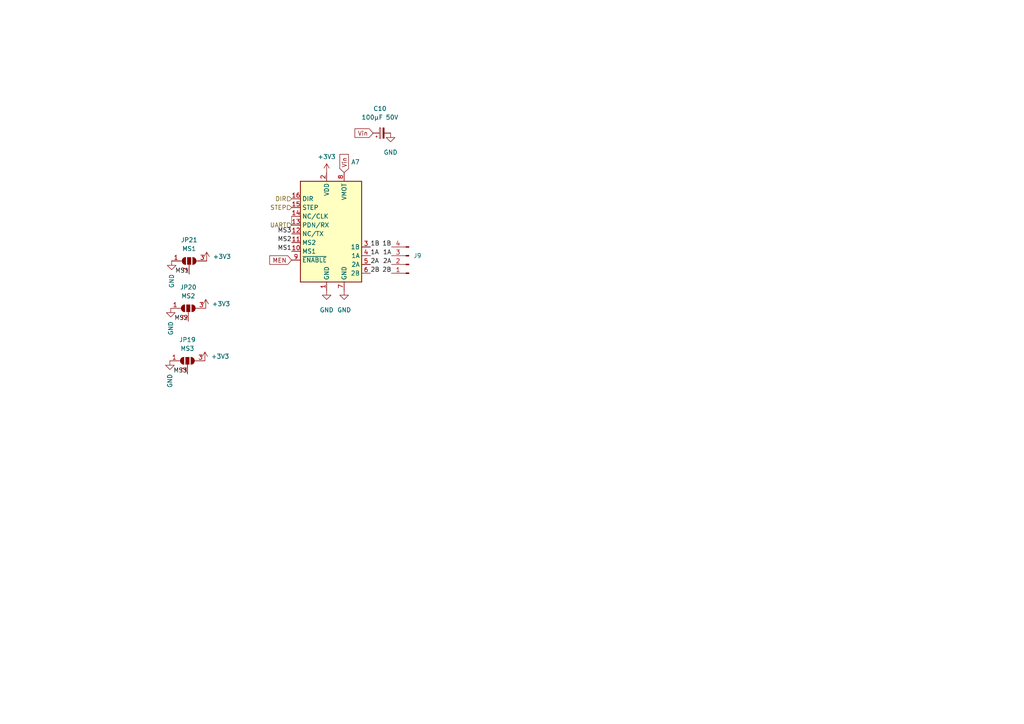
<source format=kicad_sch>
(kicad_sch (version 20211123) (generator eeschema)
  (paper "A4")
  (lib_symbols
    (symbol "Connector:Conn_01x04_Male" (pin_names (offset 1.016) hide)
      (property "Reference" "J" (at 0 5.08 0))
      (property "Value" "Conn_01x04_Male" (at 0 -7.62 0))
      (symbol "Conn_01x04_Male_1_1"
        (polyline (pts (xy 1.27 -5.08) (xy 0.8636 -5.08)) (stroke (width 0.1524)))
        (polyline (pts (xy 1.27 -2.54) (xy 0.8636 -2.54)) (stroke (width 0.1524)))
        (polyline (pts (xy 1.27 0) (xy 0.8636 0)) (stroke (width 0.1524)))
        (polyline (pts (xy 1.27 2.54) (xy 0.8636 2.54)) (stroke (width 0.1524)))
        (rectangle (start 0.8636 -4.953) (end 0 -5.207) (stroke (width 0.1524)) (fill (type outline)))
        (rectangle (start 0.8636 -2.413) (end 0 -2.667) (stroke (width 0.1524)) (fill (type outline)))
        (rectangle (start 0.8636 0.127) (end 0 -0.127) (stroke (width 0.1524)) (fill (type outline)))
        (rectangle (start 0.8636 2.667) (end 0 2.413) (stroke (width 0.1524)) (fill (type outline)))
        (pin passive line (at 5.08 2.54 180) (length 3.81) (name "Pin_1") (number "1"))
        (pin passive line (at 5.08 0 180) (length 3.81) (name "Pin_2") (number "2"))
        (pin passive line (at 5.08 -2.54 180) (length 3.81) (name "Pin_3") (number "3"))
        (pin passive line (at 5.08 -5.08 180) (length 3.81) (name "Pin_4") (number "4"))
      )
    )
    (symbol "Device:C_Polarized_Small" (pin_numbers hide) (pin_names (offset 0.254) hide)
      (property "Reference" "C" (at 0.254 1.778 0))
      (property "Value" "C_Polarized_Small" (at 0.254 -2.032 0))
      (symbol "C_Polarized_Small_0_1"
        (rectangle (start -1.524 -0.3048) (end 1.524 -0.6858) (fill (type outline)))
        (rectangle (start -1.524 0.6858) (end 1.524 0.3048))
        (polyline (pts (xy -1.27 1.524) (xy -0.762 1.524)))
        (polyline (pts (xy -1.016 1.27) (xy -1.016 1.778)))
      )
      (symbol "C_Polarized_Small_1_1"
        (pin passive line (at 0 2.54 270) (length 1.8542) (name "~") (number "1"))
        (pin passive line (at 0 -2.54 90) (length 1.8542) (name "~") (number "2"))
      )
    )
    (symbol "Jumper:SolderJumper_3_Open" (pin_names (offset 0) hide)
      (property "Reference" "JP" (at -2.54 -2.54 0))
      (property "Value" "SolderJumper_3_Open" (at 0 2.794 0))
      (symbol "SolderJumper_3_Open_0_1"
        (arc (start -1.016 1.016) (mid -2.032 0) (end -1.016 -1.016))
        (arc (start -1.016 1.016) (mid -2.032 0) (end -1.016 -1.016) (fill (type outline)))
        (rectangle (start -0.508 1.016) (end 0.508 -1.016) (fill (type outline)))
        (polyline (pts (xy -2.54 0) (xy -2.032 0)))
        (polyline (pts (xy -1.016 1.016) (xy -1.016 -1.016)))
        (polyline (pts (xy 0 -1.27) (xy 0 -1.016)))
        (polyline (pts (xy 1.016 1.016) (xy 1.016 -1.016)))
        (polyline (pts (xy 2.54 0) (xy 2.032 0)))
        (arc (start 1.016 -1.016) (mid 2.032 0) (end 1.016 1.016))
        (arc (start 1.016 -1.016) (mid 2.032 0) (end 1.016 1.016) (fill (type outline)))
      )
      (symbol "SolderJumper_3_Open_1_1"
        (pin passive line (at -5.08 0 0) (length 2.54) (name "A") (number "1"))
        (pin passive line (at 0 -3.81 90) (length 2.54) (name "C") (number "2"))
        (pin passive line (at 5.08 0 180) (length 2.54) (name "B") (number "3"))
      )
    )
    (symbol "TMCSockets:MKS_TMC2208"
      (property "Reference" "A" (at 10.16 19.05 0))
      (property "Value" "MKS_TMC2208" (at 10.16 15.24 0))
      (symbol "MKS_TMC2208_0_1"
        (rectangle (start -8.89 13.97) (end 8.89 -15.24) (stroke (width 0.254)) (fill (type background)))
      )
      (symbol "MKS_TMC2208_1_1"
        (pin power_in line (at -1.27 -17.78 90) (length 2.54) (name "GND") (number "1"))
        (pin input line (at -11.43 -6.35 0) (length 2.54) (name "MS1") (number "10"))
        (pin input line (at -11.43 -3.81 0) (length 2.54) (name "MS2") (number "11"))
        (pin input line (at -11.43 -1.27 0) (length 2.54) (name "NC/TX") (number "12"))
        (pin input line (at -11.43 1.27 0) (length 2.54) (name "PDN/RX") (number "13"))
        (pin input line (at -11.43 3.81 0) (length 2.54) (name "NC/CLK") (number "14"))
        (pin input line (at -11.43 6.35 0) (length 2.54) (name "STEP") (number "15"))
        (pin input line (at -11.43 8.89 0) (length 2.54) (name "DIR") (number "16"))
        (pin power_in line (at -1.27 16.51 270) (length 2.54) (name "VDD") (number "2"))
        (pin output line (at 11.43 -5.08 180) (length 2.54) (name "1B") (number "3"))
        (pin output line (at 11.43 -7.62 180) (length 2.54) (name "1A") (number "4"))
        (pin output line (at 11.43 -10.16 180) (length 2.54) (name "2A") (number "5"))
        (pin output line (at 11.43 -12.7 180) (length 2.54) (name "2B") (number "6"))
        (pin power_in line (at 3.81 -17.78 90) (length 2.54) (name "GND") (number "7"))
        (pin power_in line (at 3.81 16.51 270) (length 2.54) (name "VMOT") (number "8"))
        (pin input line (at -11.43 -8.89 0) (length 2.54) (name "~{ENABLE}") (number "9"))
      )
    )
    (symbol "power:+3V3" (power) (pin_names (offset 0))
      (property "Value" "+3V3" (at 0 3.556 0))
      (symbol "+3V3_0_1"
        (polyline (pts (xy -0.762 1.27) (xy 0 2.54)))
        (polyline (pts (xy 0 0) (xy 0 2.54)))
        (polyline (pts (xy 0 2.54) (xy 0.762 1.27)))
      )
      (symbol "+3V3_1_1"
        (pin power_in line (at 0 0 90) (length 0) hide (name "+3V3") (number "1"))
      )
    )
    (symbol "power:GND" (power) (pin_names (offset 0))
      (property "Value" "GND" (at 0 -3.81 0))
      (symbol "GND_0_1"
        (polyline (pts (xy 0 0) (xy 0 -1.27) (xy 1.27 -1.27) (xy 0 -2.54) (xy -1.27 -1.27) (xy 0 -1.27)))
      )
      (symbol "GND_1_1"
        (pin power_in line (at 0 0 270) (length 0) hide (name "GND") (number "1"))
      )
    )
  )
  (wire (pts (xy 84.582 62.738) (xy 84.582 65.278)))
  (label "MS1" (at 54.864 79.502 180))
  (label "MS2" (at 54.61 93.218 180))
  (label "1A" (at 113.538 74.168 180))
  (label "MS3" (at 54.356 108.458 180))
  (label "1A" (at 107.442 74.168 0))
  (label "2A" (at 107.442 76.708 0))
  (label "1B" (at 107.442 71.628 0))
  (label "2A" (at 113.538 76.708 180))
  (label "1B" (at 113.538 71.628 180))
  (label "2B" (at 113.538 79.248 180))
  (label "MS3" (at 84.582 67.818 180))
  (label "MS1" (at 84.582 72.898 180))
  (label "MS2" (at 84.582 70.358 180))
  (label "2B" (at 107.442 79.248 0))
  (global_label "Vin" (shape input) (at 108.204 38.608 180) (property "Intersheet References" "${INTERSHEET_REFS}" (effects hide)))
  (global_label "Vin" (shape input) (at 99.822 50.038 90) (property "Intersheet References" "${INTERSHEET_REFS}" (effects hide)))
  (global_label "MEN" (shape input) (at 84.582 75.438 180) (property "Intersheet References" "${INTERSHEET_REFS}" (effects hide)))
  (hierarchical_label "UART" (shape input) (at 84.582 65.278 180))
  (hierarchical_label "STEP" (shape input) (at 84.582 60.198 180))
  (hierarchical_label "DIR" (shape input) (at 84.582 57.658 180))
  (symbol (lib_id "power:+3V3") (at 59.944 75.692 0) (unit 1)
    (property "Reference" "#PWR071" (effects hide))
    (property "Value" "+3V3" (at 61.722 74.4219 0) (effects (justify left)))
  )
  (symbol (lib_id "power:GND") (at 49.276 104.648 0) (unit 1)
    (property "Reference" "#PWR04" (effects hide))
    (property "Value" "GND" (at 49.276 112.522 90) (effects (justify left)))
  )
  (symbol (lib_id "Jumper:SolderJumper_3_Open") (at 54.356 104.648 0) (unit 1)
    (property "Reference" "JP19" (at 54.356 98.552 0))
    (property "Value" "MS3" (at 54.356 101.092 0))
    (property "Footprint" "Jumper:SolderJumper-3_P1.3mm_Open_RoundedPad1.0x1.5mm" (effects hide))
  )
  (symbol (lib_id "power:+3V3") (at 59.436 104.648 0) (unit 1)
    (property "Reference" "#PWR021" (effects hide))
    (property "Value" "+3V3" (at 61.214 103.3779 0) (effects (justify left)))
  )
  (symbol (lib_id "power:+3V3") (at 94.742 50.038 0) (unit 1)
    (property "Reference" "#PWR080" (effects hide))
    (property "Value" "+3V3" (at 94.742 45.466 0))
  )
  (symbol (lib_id "power:GND") (at 113.284 38.608 0) (unit 1)
    (property "Reference" "#PWR093" (effects hide))
    (property "Value" "GND" (at 113.284 44.196 0))
  )
  (symbol (lib_id "TMCSockets:MKS_TMC2208") (at 96.012 66.548 0) (unit 1)
    (property "Reference" "A7" (at 101.8414 46.99 0) (effects (justify left)))
  )
  (symbol (lib_id "power:GND") (at 99.822 84.328 0) (unit 1)
    (property "Reference" "#PWR082" (effects hide))
    (property "Value" "GND" (at 99.822 89.916 0))
  )
  (symbol (lib_id "Jumper:SolderJumper_3_Open") (at 54.864 75.692 0) (unit 1)
    (property "Reference" "JP21" (at 54.864 69.596 0))
    (property "Value" "MS1" (at 54.864 72.136 0))
    (property "Footprint" "Jumper:SolderJumper-3_P1.3mm_Open_RoundedPad1.0x1.5mm" (effects hide))
  )
  (symbol (lib_id "power:+3V3") (at 59.69 89.408 0) (unit 1)
    (property "Reference" "#PWR026" (effects hide))
    (property "Value" "+3V3" (at 61.468 88.1379 0) (effects (justify left)))
  )
  (symbol (lib_id "power:GND") (at 94.742 84.328 0) (unit 1)
    (property "Reference" "#PWR081" (effects hide))
    (property "Value" "GND" (at 94.742 89.916 0))
  )
  (symbol (lib_id "Connector:Conn_01x04_Male") (at 118.618 76.708 180) (unit 1)
    (property "Reference" "J9" (at 119.888 74.1679 0) (effects (justify right)))
    (property "Value" "${SHEETNAME}" (at 119.888 76.7079 0) (effects (justify right)))
    (property "Footprint" "Connector_JST:JST_XH_B4B-XH-A_1x04_P2.50mm_Vertical" (effects hide))
  )
  (symbol (lib_id "power:GND") (at 49.784 75.692 0) (unit 1)
    (property "Reference" "#PWR016" (effects hide))
    (property "Value" "GND" (at 49.784 83.566 90) (effects (justify left)))
  )
  (symbol (lib_id "Jumper:SolderJumper_3_Open") (at 54.61 89.408 0) (unit 1)
    (property "Reference" "JP20" (at 54.61 83.312 0))
    (property "Value" "MS2" (at 54.61 85.852 0))
    (property "Footprint" "Jumper:SolderJumper-3_P1.3mm_Open_RoundedPad1.0x1.5mm" (effects hide))
  )
  (symbol (lib_id "power:GND") (at 49.53 89.408 0) (unit 1)
    (property "Reference" "#PWR011" (effects hide))
    (property "Value" "GND" (at 49.53 97.282 90) (effects (justify left)))
  )
  (symbol (lib_id "Device:C_Polarized_Small") (at 110.744 38.608 90) (unit 1)
    (property "Reference" "C10" (at 110.1979 31.496 90))
    (property "Value" "100µF 50V" (at 110.1979 34.036 90))
    (property "Footprint" "Capacitor_SMD:CP_Elec_6.3x7.7" (effects hide))
  )
)
</source>
